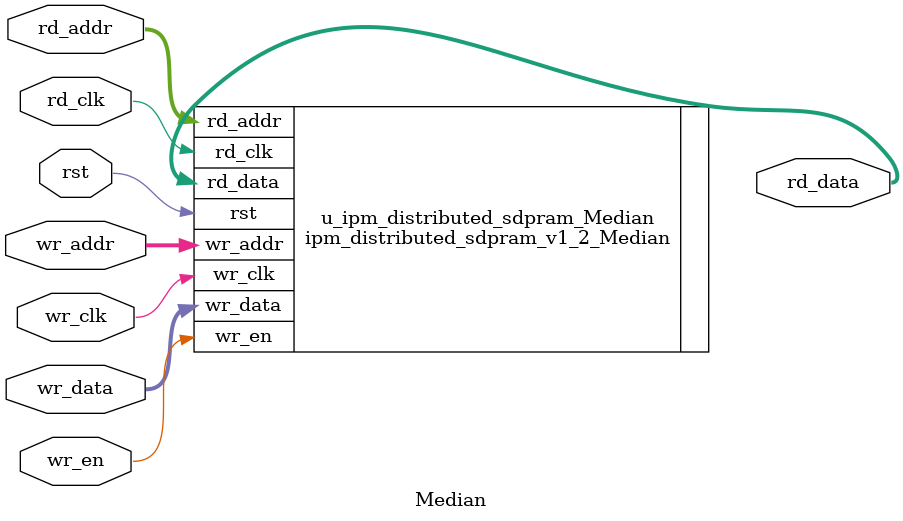
<source format=v>


`timescale 1 ns / 1 ps
module Median
     (
      wr_data        ,
      wr_addr        ,
      rd_addr        ,
      wr_clk         ,
      rd_clk         ,
      wr_en          ,
      rst            ,
      rd_data
     );

    localparam ADDR_WIDTH = 10 ; //@IPC int 4,10

    localparam DATA_WIDTH = 64 ; //@IPC int 1,256

    localparam RST_TYPE = "ASYNC" ; //@IPC enum ASYNC,SYNC

    localparam OUT_REG = 0 ; //@IPC bool

    localparam INIT_ENABLE = 0 ; //@IPC bool

    localparam INIT_FILE = "NONE" ; //@IPC string

    localparam FILE_FORMAT = "BIN" ; //@IPC enum BIN,HEX


    input    wire     [DATA_WIDTH-1:0]       wr_data               ;
    input    wire     [ADDR_WIDTH-1:0]       wr_addr               ;
    input    wire     [ADDR_WIDTH-1:0]       rd_addr               ;
    input    wire                            wr_clk                ;
    input    wire                            rd_clk                ;
    input    wire                            wr_en                 ;
    input    wire                            rst                   ;
    output   wire     [DATA_WIDTH-1:0]       rd_data               ;


ipm_distributed_sdpram_v1_2_Median
    #(
     .ADDR_WIDTH    (ADDR_WIDTH )	,    //address width   range:4-10
     .DATA_WIDTH    (DATA_WIDTH ) 	,    //data width      range:4-256
     .RST_TYPE      (RST_TYPE   )   ,    //reset type   "ASYNC_RESET" "SYNC_RESET"
     .OUT_REG       (OUT_REG    )   ,    //output options :non_register(0)  register(1)
     .INIT_FILE     (INIT_FILE  )   ,
     .FILE_FORMAT   (FILE_FORMAT)
     ) u_ipm_distributed_sdpram_Median
     (
      .wr_data      (wr_data    )   ,
      .wr_addr      (wr_addr    )   ,
      .rd_addr      (rd_addr    )   ,
      .wr_clk       (wr_clk     )   ,
      .rd_clk       (rd_clk     )   ,
      .wr_en        (wr_en      )   ,
      .rst          (rst        )   ,
      .rd_data      (rd_data    )
     );
endmodule

</source>
